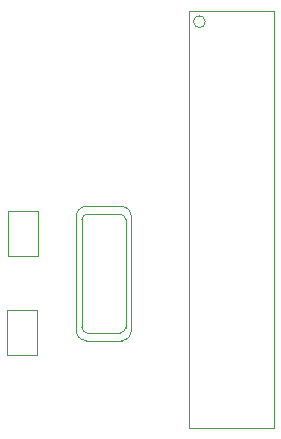
<source format=gbr>
G04*
G04 #@! TF.GenerationSoftware,Altium Limited,Altium Designer,22.4.2 (48)*
G04*
G04 Layer_Color=16711935*
%FSLAX44Y44*%
%MOMM*%
G71*
G04*
G04 #@! TF.SameCoordinates,526C220A-A096-4E3C-8F2C-01EC2D9484EB*
G04*
G04*
G04 #@! TF.FilePolarity,Positive*
G04*
G01*
G75*
%ADD38C,0.1000*%
D38*
X172759Y242531D02*
G03*
X168259Y238031I0J-4500D01*
G01*
X205259D02*
G03*
X200759Y242531I-4500J0D01*
G01*
Y142031D02*
G03*
X205259Y146531I0J4500D01*
G01*
X168259D02*
G03*
X172759Y142031I4500J0D01*
G01*
X171759Y249031D02*
G03*
X163509Y240781I0J-8250D01*
G01*
X210009Y240781D02*
G03*
X201759Y249031I-8250J0D01*
G01*
X201759Y135531D02*
G03*
X210009Y143781I0J8250D01*
G01*
X163509D02*
G03*
X171759Y135531I8250J0D01*
G01*
X272710Y405500D02*
G03*
X272710Y405500I-5000J0D01*
G01*
X171759Y135531D02*
X201759D01*
X172759Y142031D02*
X200759D01*
X171759Y249031D02*
X201759D01*
X172759Y242531D02*
X200759D01*
X168259Y146530D02*
Y238030D01*
X205259Y146530D02*
Y238030D01*
X163509Y143781D02*
Y240781D01*
X210009Y143781D02*
Y240781D01*
X258710Y61500D02*
Y414500D01*
X330710Y61500D02*
Y414500D01*
X258710D02*
X330710D01*
X258710Y61500D02*
X330710D01*
X105050Y122950D02*
Y161050D01*
X130450Y122950D02*
Y161050D01*
X105050Y122950D02*
X130450D01*
X105050Y161050D02*
X130450D01*
X130700Y207450D02*
Y245550D01*
X105300Y207450D02*
Y245550D01*
X130700D01*
X105300Y207450D02*
X130700D01*
M02*

</source>
